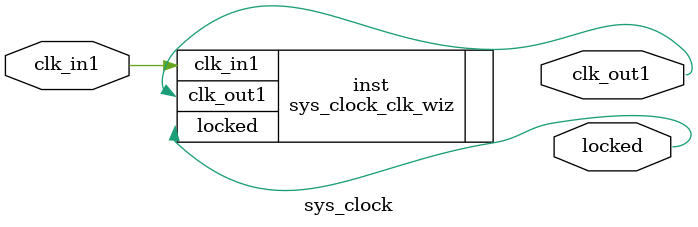
<source format=v>


`timescale 1ps/1ps

(* CORE_GENERATION_INFO = "sys_clock,clk_wiz_v6_0_5_0_0,{component_name=sys_clock,use_phase_alignment=false,use_min_o_jitter=false,use_max_i_jitter=false,use_dyn_phase_shift=false,use_inclk_switchover=false,use_dyn_reconfig=false,enable_axi=0,feedback_source=FDBK_AUTO,PRIMITIVE=MMCM,num_out_clk=1,clkin1_period=5.000,clkin2_period=10.0,use_power_down=false,use_reset=false,use_locked=true,use_inclk_stopped=false,feedback_type=SINGLE,CLOCK_MGR_TYPE=NA,manual_override=false}" *)

module sys_clock 
 (
  // Clock out ports
  output        clk_out1,
  // Status and control signals
  output        locked,
 // Clock in ports
  input         clk_in1
 );

  sys_clock_clk_wiz inst
  (
  // Clock out ports  
  .clk_out1(clk_out1),
  // Status and control signals               
  .locked(locked),
 // Clock in ports
  .clk_in1(clk_in1)
  );

endmodule

</source>
